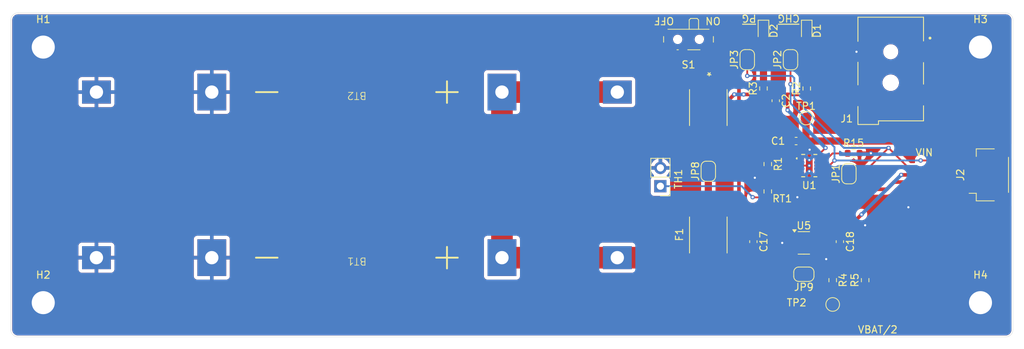
<source format=kicad_pcb>
(kicad_pcb (version 20241229) (generator "pcbnew") (generator_version "9.0")
  (title_block (title "ENTS Node Battery Module") (date "2025-08-26") (rev "3") (comment 1 "Jack Lin"))
  (layers (0 "F.Cu" signal) (2 "B.Cu" signal) (13 "F.Paste" user) (15 "B.Paste" user) (5 "F.SilkS" user "F.Silkscreen") (7 "B.SilkS" user "B.Silkscreen") (1 "F.Mask" user) (3 "B.Mask" user) (25 "Edge.Cuts" user))
  (net 0 "")
  (net 1 "0")
  (net 2 "Net-(U1-VBUS)")
  (net 3 "/VBAT{slash}2")
  (net 4 "/~{PG}")
  (net 5 "Net-(J2-Pin_2)")
  (net 6 "/~{CHG}")
  (net 7 "Net-(D1-A)")
  (net 8 "Net-(D1-K)")
  (net 9 "Net-(D2-A)")
  (net 10 "Net-(D2-K)")
  (net 11 "Net-(JP1-B)")
  (net 12 "Net-(U1-ISET)")
  (net 13 "Net-(U1-VDPM)")
  (net 14 "Net-(U1-TS)")
  (net 15 "Net-(U1-VTSB)")
  (net 16 "Net-(JP8-B)")
  (net 19 "Net-(BT1-+)")
  (net 21 "Net-(J2-Pin_3)")
  (net 22 "Net-(JP9-A)")
  (footprint "TestPoint:TestPoint_Pad_D1.5mm" (layer "F.Cu") (at 129 55.5)
    (property "Reference" "TP2" (at -5 -0.25 0) (layer "F.SilkS"))
    (property "Value" "VBAT sense")
    (fp_circle (center 0 0) (end 0 0.95) (stroke (width 0.12)) (fill no) (layer "F.SilkS"))
    (pad "1" smd circle (at 0 0) (size 1.5 1.5) (layers "F.Cu" "F.Mask") (net 3 "/VBAT{slash}2"))
  )
  (footprint "Jumper:SolderJumper-2_P1.3mm_Open_RoundedPad1.0x1.5mm" (layer "F.Cu") (at 111.75 37 90)
    (property "Reference" "JP8" (at 0 -1.8 90) (layer "F.SilkS"))
    (property "Value" "SolderJumper_2_Open")
    (fp_line (start -0.7 -1) (end 0.7 -1) (stroke (width 0.12)) (layer "F.SilkS"))
    (fp_line (start 1.4 -0.3) (end 1.4 0.3) (stroke (width 0.12)) (layer "F.SilkS"))
    (fp_line (start -1.4 0.3) (end -1.4 -0.3) (stroke (width 0.12)) (layer "F.SilkS"))
    (fp_line (start 0.7 1) (end -0.7 1) (stroke (width 0.12)) (layer "F.SilkS"))
    (fp_arc (start 0.7 -1) (mid 1.194975 -0.794975) (end 1.4 -0.3) (stroke (width 0.12)) (layer "F.SilkS"))
    (fp_arc (start -1.4 -0.3) (mid -1.194975 -0.794975) (end -0.7 -1) (stroke (width 0.12)) (layer "F.SilkS"))
    (fp_arc (start 1.4 0.3) (mid 1.194975 0.794975) (end 0.7 1) (stroke (width 0.12)) (layer "F.SilkS"))
    (fp_arc (start -0.7 1) (mid -1.194975 0.794975) (end -1.4 0.3) (stroke (width 0.12)) (layer "F.SilkS"))
    (pad "1" smd custom (at -0.65 0 90) (size 1 0.5) (layers "F.Cu" "F.Mask") (net 19 "Net-(BT1-+)") (options (clearance outline) (anchor rect)) (primitives (gr_circle (center 0 0.25) (end 0.5 0.25) (width 0) (fill yes)) (gr_circle (center 0 -0.25) (end 0.5 -0.25) (width 0) (fill yes)) (gr_poly (pts (xy 0.5 0.75) (xy 0 0.75) (xy 0 -0.75) (xy 0.5 -0.75)) (width 0) (fill yes))))
    (pad "2" smd custom (at 0.65 0 90) (size 1 0.5) (layers "F.Cu" "F.Mask") (net 16 "Net-(JP8-B)") (options (clearance outline) (anchor rect)) (primitives (gr_circle (center 0 0.25) (end 0.5 0.25) (width 0) (fill yes)) (gr_circle (center 0 -0.25) (end 0.5 -0.25) (width 0) (fill yes)) (gr_poly (pts (xy 0 0.75) (xy -0.5 0.75) (xy -0.5 -0.75) (xy 0 -0.75)) (width 0) (fill yes))))
  )
  (footprint "3561KTR:FUSE_3561KTR" (layer "F.Cu") (at 111.75 45.85 90)
    (property "Reference" "F1" (at 0.045 -4.015 90) (layer "F.SilkS"))
    (property "Value" "3561KTR")
    (fp_line (start 15.2 -2.605) (end 20.2 -2.605) (stroke (width 0.127)) (layer "F.SilkS"))
    (fp_line (start -2.5 -2.605) (end 2.5 -2.605) (stroke (width 0.127)) (layer "F.SilkS"))
    (fp_line (start 20.2 2.605) (end 15.2 2.605) (stroke (width 0.127)) (layer "F.SilkS"))
    (fp_line (start 2.5 2.605) (end -2.5 2.605) (stroke (width 0.127)) (layer "F.SilkS"))
    (pad "1" smd rect (at 0 0 90) (size 5 4) (layers "F.Cu" "F.Mask" "F.Paste") (net 19 "Net-(BT1-+)"))
    (pad "2" smd rect (at 17.7 0 90) (size 5 4) (layers "F.Cu" "F.Mask" "F.Paste") (net 16 "Net-(JP8-B)"))
  )
  (footprint "MountingHole:MountingHole_3.2mm_M3_ISO7380_Pad_TopBottom" (layer "F.Cu") (at 149.5 55.25)
    (property "Reference" "H4" (at 0 -3.85 0) (layer "F.SilkS"))
    (property "Value" "MountingHole_Pad" (hide yes))
    (pad "1" thru_hole circle (at 0 0) (size 3.6 3.6) (drill 3.2) (layers "*.Cu" "*.Mask") (net 1 "0"))
    (pad "1" connect circle (at 0 0) (size 5.7 5.7) (layers "F.Cu" "F.Mask") (net 1 "0"))
    (pad "1" connect circle (at 0 0) (size 5.7 5.7) (layers "B.Cu" "B.Mask") (net 1 "0"))
  )
  (footprint "MountingHole:MountingHole_3.2mm_M3_ISO7380_Pad_TopBottom" (layer "F.Cu") (at 19.5 19.75)
    (property "Reference" "H1" (at 0 -3.85 0) (layer "F.SilkS"))
    (property "Value" "MountingHole_Pad" (hide yes))
    (pad "1" thru_hole circle (at 0 0) (size 3.6 3.6) (drill 3.2) (layers "*.Cu" "*.Mask") (net 1 "0"))
    (pad "1" connect circle (at 0 0) (size 5.7 5.7) (layers "F.Cu" "F.Mask") (net 1 "0"))
    (pad "1" connect circle (at 0 0) (size 5.7 5.7) (layers "B.Cu" "B.Mask") (net 1 "0"))
  )
  (footprint "Button_Switch_SMD:SW_SPDT_PCM12" (layer "F.Cu") (at 109 19 180)
    (property "Reference" "S1" (at 0 -3.2 0) (layer "F.SilkS"))
    (property "Value" "PCM12SMTR")
    (fp_line (start 3.45 0.72) (end 3.45 -0.07) (stroke (width 0.12)) (layer "F.SilkS"))
    (fp_line (start 1.4 -1.12) (end 1.6 -1.12) (stroke (width 0.12)) (layer "F.SilkS"))
    (fp_line (start -0.1 3.02) (end -0.1 1.73) (stroke (width 0.12)) (layer "F.SilkS"))
    (fp_line (start -0.1 3.02) (end -0.3 3.23) (stroke (width 0.12)) (layer "F.SilkS"))
    (fp_line (start -1.2 3.23) (end -0.3 3.23) (stroke (width 0.12)) (layer "F.SilkS"))
    (fp_line (start -1.4 3.02) (end -1.2 3.23) (stroke (width 0.12)) (layer "F.SilkS"))
    (fp_line (start -1.4 1.73) (end -1.4 3.02) (stroke (width 0.12)) (layer "F.SilkS"))
    (fp_line (start -1.6 -1.12) (end 0.1 -1.12) (stroke (width 0.12)) (layer "F.SilkS"))
    (fp_line (start -2.85 1.73) (end 2.85 1.73) (stroke (width 0.12)) (layer "F.SilkS"))
    (fp_line (start -3.45 -0.07) (end -3.45 0.72) (stroke (width 0.12)) (layer "F.SilkS"))
    (fp_text user "*" (at -2.8702 -4.2018 180) (layer "F.SilkS"))
    (pad "" smd rect (at -3.65 -0.78 180) (size 1 0.8) (layers "F.Cu" "F.Mask" "F.Paste"))
    (pad "" smd rect (at -3.65 1.43 180) (size 1 0.8) (layers "F.Cu" "F.Mask" "F.Paste"))
    (pad "" np_thru_hole circle (at -1.5 0.33 180) (size 0.9 0.9) (drill 0.9) (layers "*.Cu" "*.Mask"))
    (pad "" np_thru_hole circle (at 1.5 0.33 180) (size 0.9 0.9) (drill 0.9) (layers "*.Cu" "*.Mask"))
    (pad "" smd rect (at 3.65 -0.78 180) (size 1 0.8) (layers "F.Cu" "F.Mask" "F.Paste"))
    (pad "" smd rect (at 3.65 1.43 180) (size 1 0.8) (layers "F.Cu" "F.Mask" "F.Paste"))
    (pad "1" smd rect (at -2.25 -1.43 180) (size 0.7 1.5) (layers "F.Cu" "F.Mask" "F.Paste") (net 5 "Net-(J2-Pin_2)"))
    (pad "2" smd rect (at 0.75 -1.43 180) (size 0.7 1.5) (layers "F.Cu" "F.Mask" "F.Paste") (net 16 "Net-(JP8-B)"))
    (pad "3" smd rect (at 2.25 -1.43 180) (size 0.7 1.5) (layers "F.Cu" "F.Mask" "F.Paste"))
  )
  (footprint "Resistor_SMD:R_0603_1608Metric" (layer "F.Cu") (at 125.4 25.5 90)
    (property "Reference" "R2" (at 0 -1.43 90) (layer "F.SilkS"))
    (property "Value" "2 kOhm")
    (fp_line (start -0.237258 -0.5225) (end 0.237258 -0.5225) (stroke (width 0.12)) (layer "F.SilkS"))
    (fp_line (start -0.237258 0.5225) (end 0.237258 0.5225) (stroke (width 0.12)) (layer "F.SilkS"))
    (pad "1" smd roundrect (at -0.825 0 90) (size 0.8 0.95) (layers "F.Cu" "F.Mask" "F.Paste") (net 16 "Net-(JP8-B)"))
    (pad "2" smd roundrect (at 0.825 0 90) (size 0.8 0.95) (layers "F.Cu" "F.Mask" "F.Paste") (net 7 "Net-(D1-A)"))
  )
  (footprint "footprints:MY-18650-02" (layer "F.Cu") (at 63 26 180)
    (property "Reference" "BT2" (at 0 -0.5 180) (layer "F.SilkS") (effects (font (thickness 0.1))))
    (property "Value" "3.7 V 2.2 Ah Li-ion 18650")
    (fp_line (start 11 0) (end 14 0) (stroke (width 0.25)) (layer "F.SilkS"))
    (fp_line (start -12.5 1.5) (end -12.5 -1.5) (stroke (width 0.25)) (layer "F.SilkS"))
    (fp_line (start -14 0) (end -11 0) (stroke (width 0.25)) (layer "F.SilkS"))
    (pad "1" thru_hole rect (at -36.125 0 180) (size 4 3.2) (drill 1.85) (layers "*.Cu" "*.Mask" "F.Paste") (net 19 "Net-(BT1-+)"))
    (pad "1" thru_hole rect (at -20.125 0 180) (size 4 5.1) (drill 1.85) (layers "*.Cu" "*.Mask" "F.Paste") (net 19 "Net-(BT1-+)"))
    (pad "2" thru_hole rect (at 20.125 0 180) (size 4 5.1) (drill 1.85) (layers "*.Cu" "*.Mask" "F.Paste") (net 1 "0"))
    (pad "2" thru_hole rect (at 36.125 0 180) (size 4 3.2) (drill 1.85) (layers "*.Cu" "*.Mask" "F.Paste") (net 1 "0"))
  )
  (footprint "footprints:MY-18650-02" (layer "F.Cu") (at 63 49 180)
    (property "Reference" "BT1" (at 0 -0.5 180) (layer "F.SilkS") (effects (font (thickness 0.1))))
    (property "Value" "3.7 V 2.2 Ah Li-ion 18650")
    (fp_line (start 11 0) (end 14 0) (stroke (width 0.25)) (layer "F.SilkS"))
    (fp_line (start -12.5 1.5) (end -12.5 -1.5) (stroke (width 0.25)) (layer "F.SilkS"))
    (fp_line (start -14 0) (end -11 0) (stroke (width 0.25)) (layer "F.SilkS"))
    (pad "1" thru_hole rect (at -36.125 0 180) (size 4 3.2) (drill 1.85) (layers "*.Cu" "*.Mask" "F.Paste") (net 19 "Net-(BT1-+)"))
    (pad "1" thru_hole rect (at -20.125 0 180) (size 4 5.1) (drill 1.85) (layers "*.Cu" "*.Mask" "F.Paste") (net 19 "Net-(BT1-+)"))
    (pad "2" thru_hole rect (at 20.125 0 180) (size 4 5.1) (drill 1.85) (layers "*.Cu" "*.Mask" "F.Paste") (net 1 "0"))
    (pad "2" thru_hole rect (at 36.125 0 180) (size 4 3.2) (drill 1.85) (layers "*.Cu" "*.Mask" "F.Paste") (net 1 "0"))
  )
  (footprint "Package_TO_SOT_SMD:SOT-23-5" (layer "F.Cu") (at 125 46.95)
    (property "Reference" "U5" (at 0 -2.4 0) (layer "F.SilkS"))
    (property "Value" "XC6210B332MR")
    (fp_line (start 0 -1.56) (end -0.8 -1.56) (stroke (width 0.12)) (layer "F.SilkS"))
    (fp_line (start 0 -1.56) (end 0.8 -1.56) (stroke (width 0.12)) (layer "F.SilkS"))
    (fp_line (start 0 1.56) (end -0.8 1.56) (stroke (width 0.12)) (layer "F.SilkS"))
    (fp_line (start 0 1.56) (end 0.8 1.56) (stroke (width 0.12)) (layer "F.SilkS"))
    (fp_poly (pts (xy -1.3 -1.51) (xy -1.54 -1.84) (xy -1.06 -1.84) (xy -1.3 -1.51)) (stroke (width 0.12)) (fill yes) (layer "F.SilkS"))
    (pad "1" smd roundrect (at -1.1375 -0.95) (size 1.325 0.6) (layers "F.Cu" "F.Mask" "F.Paste") (net 5 "Net-(J2-Pin_2)"))
    (pad "2" smd roundrect (at -1.1375 0) (size 1.325 0.6) (layers "F.Cu" "F.Mask" "F.Paste") (net 1 "0"))
    (pad "3" smd roundrect (at -1.1375 0.95) (size 1.325 0.6) (layers "F.Cu" "F.Mask" "F.Paste") (net 5 "Net-(J2-Pin_2)"))
    (pad "4" smd roundrect (at 1.1375 0.95) (size 1.325 0.6) (layers "F.Cu" "F.Mask" "F.Paste"))
    (pad "5" smd roundrect (at 1.1375 -0.95) (size 1.325 0.6) (layers "F.Cu" "F.Mask" "F.Paste") (net 21 "Net-(J2-Pin_3)"))
  )
  (footprint "Jumper:SolderJumper-2_P1.3mm_Bridged_RoundedPad1.0x1.5mm" (layer "F.Cu") (at 131.25 37.35 90)
    (property "Reference" "JP1" (at 0 -1.8 90) (layer "F.SilkS"))
    (property "Value" "SolderJumper_2_Bridged")
    (fp_poly (pts (xy 0.25 -0.3) (xy -0.25 -0.3) (xy -0.25 0.3) (xy 0.25 0.3)) (fill yes) (layer "F.Cu"))
    (fp_line (start -0.7 -1) (end 0.7 -1) (stroke (width 0.12)) (layer "F.SilkS"))
    (fp_line (start 1.4 -0.3) (end 1.4 0.3) (stroke (width 0.12)) (layer "F.SilkS"))
    (fp_line (start -1.4 0.3) (end -1.4 -0.3) (stroke (width 0.12)) (layer "F.SilkS"))
    (fp_line (start 0.7 1) (end -0.7 1) (stroke (width 0.12)) (layer "F.SilkS"))
    (fp_arc (start 0.7 -1) (mid 1.194975 -0.794975) (end 1.4 -0.3) (stroke (width 0.12)) (layer "F.SilkS"))
    (fp_arc (start -1.4 -0.3) (mid -1.194975 -0.794975) (end -0.7 -1) (stroke (width 0.12)) (layer "F.SilkS"))
    (fp_arc (start 1.4 0.3) (mid 1.194975 0.794975) (end 0.7 1) (stroke (width 0.12)) (layer "F.SilkS"))
    (fp_arc (start -0.7 1) (mid -1.194975 0.794975) (end -1.4 0.3) (stroke (width 0.12)) (layer "F.SilkS"))
    (pad "1" smd custom (at -0.65 0 90) (size 1 0.5) (layers "F.Cu" "F.Mask") (net 4 "/~{PG}") (options (clearance outline) (anchor rect)) (primitives (gr_circle (center 0 0.25) (end 0.5 0.25) (width 0) (fill yes)) (gr_circle (center 0 -0.25) (end 0.5 -0.25) (width 0) (fill yes)) (gr_poly (pts (xy 0.5 0.75) (xy 0 0.75) (xy 0 -0.75) (xy 0.5 -0.75)) (width 0) (fill yes))))
    (pad "2" smd custom (at 0.65 0 90) (size 1 0.5) (layers "F.Cu" "F.Mask") (net 11 "Net-(JP1-B)") (options (clearance outline) (anchor rect)) (primitives (gr_circle (center 0 0.25) (end 0.5 0.25) (width 0) (fill yes)) (gr_circle (center 0 -0.25) (end 0.5 -0.25) (width 0) (fill yes)) (gr_poly (pts (xy 0 0.75) (xy -0.5 0.75) (xy -0.5 -0.75) (xy 0 -0.75)) (width 0) (fill yes))))
  )
  (footprint "MountingHole:MountingHole_3.2mm_M3_ISO7380_Pad_TopBottom" (layer "F.Cu") (at 149.5 19.75)
    (property "Reference" "H3" (at 0 -3.85 0) (layer "F.SilkS"))
    (property "Value" "MountingHole_Pad")
    (pad "1" thru_hole circle (at 0 0) (size 3.6 3.6) (drill 3.2) (layers "*.Cu" "*.Mask") (net 1 "0"))
    (pad "1" connect circle (at 0 0) (size 5.7 5.7) (layers "F.Cu" "F.Mask") (net 1 "0"))
    (pad "1" connect circle (at 0 0) (size 5.7 5.7) (layers "B.Cu" "B.Mask") (net 1 "0"))
  )
  (footprint "Capacitor_SMD:C_0603_1608Metric" (layer "F.Cu") (at 121.1 27.2 -90)
    (property "Reference" "C2" (at 0 -1.43 90) (layer "F.SilkS"))
    (property "Value" "1 uF")
    (fp_line (start -0.14058 0.51) (end 0.14058 0.51) (stroke (width 0.12)) (layer "F.SilkS"))
    (fp_line (start -0.14058 -0.51) (end 0.14058 -0.51) (stroke (width 0.12)) (layer "F.SilkS"))
    (pad "1" smd roundrect (at -0.775 0 270) (size 0.9 0.95) (layers "F.Cu" "F.Mask" "F.Paste") (net 16 "Net-(JP8-B)"))
    (pad "2" smd roundrect (at 0.775 0 270) (size 0.9 0.95) (layers "F.Cu" "F.Mask" "F.Paste") (net 1 "0"))
  )
  (footprint "Capacitor_SMD:C_0603_1608Metric" (layer "F.Cu") (at 123.925 32.8 180)
    (property "Reference" "C1" (at 2.5 0 0) (layer "F.SilkS"))
    (property "Value" "1 uF")
    (fp_line (start -0.14058 0.51) (end 0.14058 0.51) (stroke (width 0.12)) (layer "F.SilkS"))
    (fp_line (start -0.14058 -0.51) (end 0.14058 -0.51) (stroke (width 0.12)) (layer "F.SilkS"))
    (pad "1" smd roundrect (at -0.775 0 180) (size 0.9 0.95) (layers "F.Cu" "F.Mask" "F.Paste") (net 2 "Net-(U1-VBUS)"))
    (pad "2" smd roundrect (at 0.775 0 180) (size 0.9 0.95) (layers "F.Cu" "F.Mask" "F.Paste") (net 1 "0"))
  )
  (footprint "Resistor_SMD:R_0603_1608Metric" (layer "F.Cu") (at 120 36 -90)
    (property "Reference" "R1" (at 0 -1.43 90) (layer "F.SilkS"))
    (property "Value" "680 Ohm")
    (fp_line (start -0.237258 0.5225) (end 0.237258 0.5225) (stroke (width 0.12)) (layer "F.SilkS"))
    (fp_line (start -0.237258 -0.5225) (end 0.237258 -0.5225) (stroke (width 0.12)) (layer "F.SilkS"))
    (pad "1" smd roundrect (at -0.825 0 270) (size 0.8 0.95) (layers "F.Cu" "F.Mask" "F.Paste") (net 12 "Net-(U1-ISET)"))
    (pad "2" smd roundrect (at 0.825 0 270) (size 0.8 0.95) (layers "F.Cu" "F.Mask" "F.Paste") (net 1 "0"))
  )
  (footprint "Jumper:SolderJumper-2_P1.3mm_Open_RoundedPad1.0x1.5mm" (layer "F.Cu") (at 125 51.3 180)
    (property "Reference" "JP9" (at 0 -1.8 0) (layer "F.SilkS"))
    (property "Value" "SolderJumper_2_Open")
    (fp_line (start 1.4 -0.3) (end 1.4 0.3) (stroke (width 0.12)) (layer "F.SilkS"))
    (fp_line (start 0.7 1) (end -0.7 1) (stroke (width 0.12)) (layer "F.SilkS"))
    (fp_line (start -0.7 -1) (end 0.7 -1) (stroke (width 0.12)) (layer "F.SilkS"))
    (fp_line (start -1.4 0.3) (end -1.4 -0.3) (stroke (width 0.12)) (layer "F.SilkS"))
    (fp_arc (start 1.4 0.3) (mid 1.194975 0.794975) (end 0.7 1) (stroke (width 0.12)) (layer "F.SilkS"))
    (fp_arc (start 0.7 -1) (mid 1.194975 -0.794975) (end 1.4 -0.3) (stroke (width 0.12)) (layer "F.SilkS"))
    (fp_arc (start -0.7 1) (mid -1.194975 0.794975) (end -1.4 0.3) (stroke (width 0.12)) (layer "F.SilkS"))
    (fp_arc (start -1.4 -0.3) (mid -1.194975 -0.794975) (end -0.7 -1) (stroke (width 0.12)) (layer "F.SilkS"))
    (pad "1" smd custom (at -0.65 0 180) (size 1 0.5) (layers "F.Cu" "F.Mask") (net 22 "Net-(JP9-A)") (options (clearance outline) (anchor rect)) (primitives (gr_circle (center 0 0.25) (end 0.5 0.25) (width 0) (fill yes)) (gr_circle (center 0 -0.25) (end 0.5 -0.25) (width 0) (fill yes)) (gr_poly (pts (xy 0.5 0.75) (xy 0 0.75) (xy 0 -0.75) (xy 0.5 -0.75)) (width 0) (fill yes))))
    (pad "2" smd custom (at 0.65 0 180) (size 1 0.5) (layers "F.Cu" "F.Mask") (net 5 "Net-(J2-Pin_2)") (options (clearance outline) (anchor rect)) (primitives (gr_circle (center 0 0.25) (end 0.5 0.25) (width 0) (fill yes)) (gr_circle (center 0 -0.25) (end 0.5 -0.25) (width 0) (fill yes)) (gr_poly (pts (xy 0 0.75) (xy -0.5 0.75) (xy -0.5 -0.75) (xy 0 -0.75)) (width 0) (fill yes))))
  )
  (footprint "Capacitor_SMD:C_0603_1608Metric" (layer "F.Cu") (at 118 46.775 -90)
    (property "Reference" "C17" (at 0 -1.43 90) (layer "F.SilkS"))
    (property "Value" "1 uF")
    (fp_line (start -0.14058 0.51) (end 0.14058 0.51) (stroke (width 0.12)) (layer "F.SilkS"))
    (fp_line (start -0.14058 -0.51) (end 0.14058 -0.51) (stroke (width 0.12)) (layer "F.SilkS"))
    (pad "1" smd roundrect (at -0.775 0 270) (size 0.9 0.95) (layers "F.Cu" "F.Mask" "F.Paste") (net 5 "Net-(J2-Pin_2)"))
    (pad "2" smd roundrect (at 0.775 0 270) (size 0.9 0.95) (layers "F.Cu" "F.Mask" "F.Paste") (net 1 "0"))
  )
  (footprint "Connector_JST:JST_SH_SM05B-SRSS-TB_1x05-1MP_P1.00mm_Horizontal" (layer "F.Cu") (at 150.7 37.5 90)
    (property "Reference" "J2" (at 0 -3.98 90) (layer "F.SilkS"))
    (property "Value" "Conn_01x05_MountingPin")
    (fp_line (start 3.61 -1.785) (end 2.56 -1.785) (stroke (width 0.12)) (layer "F.SilkS"))
    (fp_line (start -2.56 -1.785) (end -2.56 -2.775) (stroke (width 0.12)) (layer "F.SilkS"))
    (fp_line (start -3.61 -1.785) (end -2.56 -1.785) (stroke (width 0.12)) (layer "F.SilkS"))
    (fp_line (start 3.61 0.715) (end 3.61 -1.785) (stroke (width 0.12)) (layer "F.SilkS"))
    (fp_line (start -3.61 0.715) (end -3.61 -1.785) (stroke (width 0.12)) (layer "F.SilkS"))
    (fp_line (start -2.44 2.685) (end 2.44 2.685) (stroke (width 0.12)) (layer "F.SilkS"))
    (pad "1" smd roundrect (at -2 -2 90) (size 0.6 1.55) (layers "F.Cu" "F.Mask" "F.Paste") (net 1 "0"))
    (pad "2" smd roundrect (at -1 -2 90) (size 0.6 1.55) (layers "F.Cu" "F.Mask" "F.Paste") (net 5 "Net-(J2-Pin_2)"))
    (pad "3" smd roundrect (at 0 -2 90) (size 0.6 1.55) (layers "F.Cu" "F.Mask" "F.Paste") (net 21 "Net-(J2-Pin_3)"))
    (pad "4" smd roundrect (at 1 -2 90) (size 0.6 1.55) (layers "F.Cu" "F.Mask" "F.Paste") (net 4 "/~{PG}"))
    (pad "5" smd roundrect (at 2 -2 90) (size 0.6 1.55) (layers "F.Cu" "F.Mask" "F.Paste") (net 6 "/~{CHG}"))
    (pad "MP" smd roundrect (at -3.3 1.875 90) (size 1.2 1.8) (layers "F.Cu" "F.Mask" "F.Paste") (roundrect_rratio 0.208333) (net 1 "0"))
    (pad "MP" smd roundrect (at 3.3 1.875 90) (size 1.2 1.8) (layers "F.Cu" "F.Mask" "F.Paste") (roundrect_rratio 0.208333) (net 1 "0"))
  )
  (footprint "Jumper:SolderJumper-2_P1.3mm_Open_RoundedPad1.0x1.5mm" (layer "F.Cu") (at 117.15 21.5 90)
    (property "Reference" "JP3" (at 0 -1.8 90) (layer "F.SilkS"))
    (property "Value" "SolderJumper_2_Open")
    (fp_line (start -0.7 -1) (end 0.7 -1) (stroke (width 0.12)) (layer "F.SilkS"))
    (fp_line (start 1.4 -0.3) (end 1.4 0.3) (stroke (width 0.12)) (layer "F.SilkS"))
    (fp_line (start -1.4 0.3) (end -1.4 -0.3) (stroke (width 0.12)) (layer "F.SilkS"))
    (fp_line (start 0.7 1) (end -0.7 1) (stroke (width 0.12)) (layer "F.SilkS"))
    (fp_arc (start 0.7 -1) (mid 1.194975 -0.794975) (end 1.4 -0.3) (stroke (width 0.12)) (layer "F.SilkS"))
    (fp_arc (start -1.4 -0.3) (mid -1.194975 -0.794975) (end -0.7 -1) (stroke (width 0.12)) (layer "F.SilkS"))
    (fp_arc (start 1.4 0.3) (mid 1.194975 0.794975) (end 0.7 1) (stroke (width 0.12)) (layer "F.SilkS"))
    (fp_arc (start -0.7 1) (mid -1.194975 0.794975) (end -1.4 0.3) (stroke (width 0.12)) (layer "F.SilkS"))
    (pad "1" smd custom (at -0.65 0 90) (size 1 0.5) (layers "F.Cu" "F.Mask") (net 4 "/~{PG}") (options (clearance outline) (anchor rect)) (primitives (gr_circle (center 0 0.25) (end 0.5 0.25) (width 0) (fill yes)) (gr_circle (center 0 -0.25) (end 0.5 -0.25) (width 0) (fill yes)) (gr_poly (pts (xy 0.5 0.75) (xy 0 0.75) (xy 0 -0.75) (xy 0.5 -0.75)) (width 0) (fill yes))))
    (pad "2" smd custom (at 0.65 0 90) (size 1 0.5) (layers "F.Cu" "F.Mask") (net 10 "Net-(D2-K)") (options (clearance outline) (anchor rect)) (primitives (gr_circle (center 0 0.25) (end 0.5 0.25) (width 0) (fill yes)) (gr_circle (center 0 -0.25) (end 0.5 -0.25) (width 0) (fill yes)) (gr_poly (pts (xy 0 0.75) (xy -0.5 0.75) (xy -0.5 -0.75) (xy 0 -0.75)) (width 0) (fill yes))))
  )
  (footprint "TestPoint:TestPoint_Pad_D1.5mm" (layer "F.Cu") (at 125.3 29.6)
    (property "Reference" "TP1" (at 0 -1.648 0) (layer "F.SilkS"))
    (property "Value" "Vin")
    (fp_circle (center 0 0) (end 0 0.95) (stroke (width 0.12)) (fill no) (layer "F.SilkS"))
    (pad "1" smd circle (at 0 0) (size 1.5 1.5) (layers "F.Cu" "F.Mask") (net 2 "Net-(U1-VBUS)"))
  )
  (footprint "LED_SMD:LED_0603_1608Metric" (layer "F.Cu") (at 119.4 17.5 -90)
    (property "Reference" "D2" (at 0 -1.43 90) (layer "F.SilkS"))
    (property "Value" "LED")
    (fp_line (start -1.485 0.735) (end 0.8 0.735) (stroke (width 0.12)) (layer "F.SilkS"))
    (fp_line (start -1.485 -0.735) (end -1.485 0.735) (stroke (width 0.12)) (layer "F.SilkS"))
    (fp_line (start 0.8 -0.735) (end -1.485 -0.735) (stroke (width 0.12)) (layer "F.SilkS"))
    (pad "1" smd roundrect (at -0.7875 0 270) (size 0.875 0.95) (layers "F.Cu" "F.Mask" "F.Paste") (net 10 "Net-(D2-K)"))
    (pad "2" smd roundrect (at 0.7875 0 270) (size 0.875 0.95) (layers "F.Cu" "F.Mask" "F.Paste") (net 9 "Net-(D2-A)"))
  )
  (footprint "Resistor_SMD:R_0603_1608Metric" (layer "F.Cu") (at 120 39.8 -90)
    (property "Reference" "RT1" (at 1 -2 0) (layer "F.SilkS"))
    (property "Value" "21.5 kOhm")
    (fp_line (start -0.237258 0.5225) (end 0.237258 0.5225) (stroke (width 0.12)) (layer "F.SilkS"))
    (fp_line (start -0.237258 -0.5225) (end 0.237258 -0.5225) (stroke (width 0.12)) (layer "F.SilkS"))
    (pad "1" smd roundrect (at -0.825 0 270) (size 0.8 0.95) (layers "F.Cu" "F.Mask" "F.Paste") (net 15 "Net-(U1-VTSB)"))
    (pad "2" smd roundrect (at 0.825 0 270) (size 0.8 0.95) (layers "F.Cu" "F.Mask" "F.Paste") (net 14 "Net-(U1-TS)"))
  )
  (footprint "DC050-T:DC050-T" (layer "F.Cu") (at 132.5 30.5 90)
    (property "Reference" "J1" (at 0.8 -1.55 0) (layer "F.SilkS"))
    (property "Value" "DC050-T")
    (fp_line (start 14.9 0) (end 11.55 0) (stroke (width 0.127)) (layer "F.SilkS"))
    (fp_line (start 5.5 0) (end 8.65 0) (stroke (width 0.127)) (layer "F.SilkS"))
    (fp_line (start 0 0) (end 2.5 0) (stroke (width 0.127)) (layer "F.SilkS"))
    (fp_line (start 0 2.85) (end 0 0) (stroke (width 0.127)) (layer "F.SilkS"))
    (fp_line (start 0 2.85) (end 0.5 2.85) (stroke (width 0.127)) (layer "F.SilkS"))
    (fp_line (start 14.9 9.1) (end 14.9 0) (stroke (width 0.127)) (layer "F.SilkS"))
    (fp_line (start 14.9 9.1) (end 11.6 9.1) (stroke (width 0.127)) (layer "F.SilkS"))
    (fp_line (start 5.6 9.1) (end 8.6 9.1) (stroke (width 0.127)) (layer "F.SilkS"))
    (fp_line (start 2.6 9.1) (end 0.5 9.1) (stroke (width 0.127)) (layer "F.SilkS"))
    (fp_line (start 0.5 9.1) (end 0.5 2.85) (stroke (width 0.127)) (layer "F.SilkS"))
    (fp_circle (center 12 10) (end 12 9.9) (stroke (width 0.2)) (fill no) (layer "F.SilkS"))
    (pad "" np_thru_hole circle (at 5.8 4.55 180) (size 1.9 1.9) (drill 1.9) (layers "*.Cu" "*.Mask"))
    (pad "" np_thru_hole circle (at 10.1 4.55 180) (size 1.7 1.7) (drill 1.7) (layers "*.Cu" "*.Mask"))
    (pad "1" smd rect (at 4.1 10.1 90) (size 2 2.2) (layers "F.Cu" "F.Mask" "F.Paste") (net 2 "Net-(U1-VBUS)"))
    (pad "1" smd rect (at 10.1 10.1 90) (size 2 2.2) (layers "F.Cu" "F.Mask" "F.Paste") (net 2 "Net-(U1-VBUS)"))
    (pad "2" smd rect (at 10.1 -1.2 90) (size 1.9 2.6) (layers "F.Cu" "F.Mask" "F.Paste") (net 1 "0"))
    (pad "3" smd rect (at 4 -0.9 90) (size 2 2) (layers "F.Cu" "F.Mask" "F.Paste"))
  )
  (footprint "BQ24210:DQC10_P84X2P4" (layer "F.Cu") (at 125.75 36.2126)
    (property "Reference" "U1" (at 0 2.75 0) (layer "F.SilkS"))
    (property "Value" "BQ24210DQCR")
    (fp_line (start -1.0541 1.5494) (end -0.629253 1.5494) (stroke (width 0.1524)) (layer "F.SilkS"))
    (fp_line (start -0.629253 -1.5494) (end -1.0541 -1.5494) (stroke (width 0.1524)) (layer "F.SilkS"))
    (fp_line (start 0.629253 1.5494) (end 1.0541 1.5494) (stroke (width 0.1524)) (layer "F.SilkS"))
    (fp_line (start 1.0541 -1.5494) (end 0.629253 -1.5494) (stroke (width 0.1524)) (layer "F.SilkS"))
    (fp_arc (start -1.69164 -0.926171) (mid -1.7867 -1) (end -1.69164 -1.073829) (stroke (width 0.1524)) (layer "F.SilkS"))
    (pad "1" smd rect (at -1.0287 -1.000001) (size 0.6604 0.3048) (layers "F.Cu" "F.Mask" "F.Paste") (net 2 "Net-(U1-VBUS)"))
    (pad "2" smd rect (at -1.0287 -0.499999) (size 0.6604 0.3048) (layers "F.Cu" "F.Mask" "F.Paste") (net 12 "Net-(U1-ISET)"))
    (pad "3" smd rect (at -1.0287 0) (size 0.6604 0.3048) (layers "F.Cu" "F.Mask" "F.Paste") (net 1 "0"))
    (pad "4" smd rect (at -1.0287 0.499999) (size 0.6604 0.3048) (layers "F.Cu" "F.Mask" "F.Paste") (net 15 "Net-(U1-VTSB)"))
    (pad "5" smd rect (at -1.0287 1.000001) (size 0.6604 0.3048) (layers "F.Cu" "F.Mask" "F.Paste") (net 14 "Net-(U1-TS)"))
    (pad "6" smd rect (at 1.0287 1.000001) (size 0.6604 0.3048) (layers "F.Cu" "F.Mask" "F.Paste") (net 4 "/~{PG}"))
    (pad "7" smd rect (at 1.0287 0.499999) (size 0.6604 0.3048) (layers "F.Cu" "F.Mask" "F.Paste") (net 11 "Net-(JP1-B)"))
    (pad "8" smd rect (at 1.0287 0) (size 0.6604 0.3048) (layers "F.Cu" "F.Mask" "F.Paste") (net 6 "/~{CHG}"))
    (pad "9" smd rect (at 1.0287 -0.499999) (size 0.6604 0.3048) (layers "F.Cu" "F.Mask" "F.Paste") (net 13 "Net-(U1-VDPM)"))
    (pad "10" smd rect (at 1.0287 -1.000001) (size 0.6604 0.3048) (layers "F.Cu" "F.Mask" "F.Paste") (net 16 "Net-(JP8-B)"))
    (pad "11" thru_hole circle (at 0 -0.7874) (size 0.508 0.508) (drill 0.254) (layers "*.Cu" "*.Mask") (net 1 "0"))
    (pad "11" thru_hole circle (at 0 0) (size 0.508 0.508) (drill 0.254) (layers "*.Cu" "*.Mask") (net 1 "0"))
    (pad "11" smd rect (at 0 0) (size 0.9398 2.5146) (layers "F.Cu" "F.Mask") (net 1 "0"))
    (pad "11" thru_hole circle (at 0 0.7874) (size 0.508 0.508) (drill 0.254) (layers "*.Cu" "*.Mask") (net 1 "0"))
  )
  (footprint "Resistor_SMD:R_0603_1608Metric" (layer "F.Cu") (at 119.4 25.5 90)
    (property "Reference" "R3" (at 0 -1.43 90) (layer "F.SilkS"))
    (property "Value" "2 kOhm")
    (fp_line (start -0.237258 -0.5225) (end 0.237258 -0.5225) (stroke (width 0.12)) (layer "F.SilkS"))
    (fp_line (start -0.237258 0.5225) (end 0.237258 0.5225) (stroke (width 0.12)) (layer "F.SilkS"))
    (pad "1" smd roundrect (at -0.825 0 90) (size 0.8 0.95) (layers "F.Cu" "F.Mask" "F.Paste") (net 16 "Net-(JP8-B)"))
    (pad "2" smd roundrect (at 0.825 0 90) (size 0.8 0.95) (layers "F.Cu" "F.Mask" "F.Paste") (net 9 "Net-(D2-A)"))
  )
  (footprint "Jumper:SolderJumper-2_P1.3mm_Open_RoundedPad1.0x1.5mm" (layer "F.Cu") (at 123.15 21.5 90)
    (property "Reference" "JP2" (at 0 -1.8 90) (layer "F.SilkS"))
    (property "Value" "SolderJumper_2_Open")
    (fp_line (start -0.7 -1) (end 0.7 -1) (stroke (width 0.12)) (layer "F.SilkS"))
    (fp_line (start 1.4 -0.3) (end 1.4 0.3) (stroke (width 0.12)) (layer "F.SilkS"))
    (fp_line (start -1.4 0.3) (end -1.4 -0.3) (stroke (width 0.12)) (layer "F.SilkS"))
    (fp_line (start 0.7 1) (end -0.7 1) (stroke (width 0.12)) (layer "F.SilkS"))
    (fp_arc (start 0.7 -1) (mid 1.194975 -0.794975) (end 1.4 -0.3) (stroke (width 0.12)) (layer "F.SilkS"))
    (fp_arc (start -1.4 -0.3) (mid -1.194975 -0.794975) (end -0.7 -1) (stroke (width 0.12)) (layer "F.SilkS"))
    (fp_arc (start 1.4 0.3) (mid 1.194975 0.794975) (end 0.7 1) (stroke (width 0.12)) (layer "F.SilkS"))
    (fp_arc (start -0.7 1) (mid -1.194975 0.794975) (end -1.4 0.3) (stroke (width 0.12)) (layer "F.SilkS"))
    (pad "1" smd custom (at -0.65 0 90) (size 1 0.5) (layers "F.Cu" "F.Mask") (net 6 "/~{CHG}") (options (clearance outline) (anchor rect)) (primitives (gr_circle (center 0 0.25) (end 0.5 0.25) (width 0) (fill yes)) (gr_circle (center 0 -0.25) (end 0.5 -0.25) (width 0) (fill yes)) (gr_poly (pts (xy 0.5 0.75) (xy 0 0.75) (xy 0 -0.75) (xy 0.5 -0.75)) (width 0) (fill yes))))
    (pad "2" smd custom (at 0.65 0 90) (size 1 0.5) (layers "F.Cu" "F.Mask") (net 8 "Net-(D1-K)") (options (clearance outline) (anchor rect)) (primitives (gr_circle (center 0 0.25) (end 0.5 0.25) (width 0) (fill yes)) (gr_circle (center 0 -0.25) (end 0.5 -0.25) (width 0) (fill yes)) (gr_poly (pts (xy 0 0.75) (xy -0.5 0.75) (xy -0.5 -0.75) (xy 0 -0.75)) (width 0) (fill yes))))
  )
  (footprint "LED_SMD:LED_0603_1608Metric" (layer "F.Cu") (at 125.4 17.5 -90)
    (property "Reference" "D1" (at 0 -1.43 90) (layer "F.SilkS"))
    (property "Value" "LED")
    (fp_line (start -1.485 0.735) (end 0.8 0.735) (stroke (width 0.12)) (layer "F.SilkS"))
    (fp_line (start -1.485 -0.735) (end -1.485 0.735) (stroke (width 0.12)) (layer "F.SilkS"))
    (fp_line (start 0.8 -0.735) (end -1.485 -0.735) (stroke (width 0.12)) (layer "F.SilkS"))
    (pad "1" smd roundrect (at -0.7875 0 270) (size 0.875 0.95) (layers "F.Cu" "F.Mask" "F.Paste") (net 8 "Net-(D1-K)"))
    (pad "2" smd roundrect (at 0.7875 0 270) (size 0.875 0.95) (layers "F.Cu" "F.Mask" "F.Paste") (net 7 "Net-(D1-A)"))
  )
  (footprint "Connector_PinHeader_2.54mm:PinHeader_1x02_P2.54mm_Vertical" (layer "F.Cu") (at 105.1 39.075 180)
    (property "Reference" "TH1" (at -2.5 1 90) (layer "F.SilkS"))
    (property "Value" "103AT NTC")
    (fp_line (start 1.33 1.27) (end 1.33 3.87) (stroke (width 0.12)) (layer "F.SilkS"))
    (fp_line (start -1.33 3.87) (end 1.33 3.87) (stroke (width 0.12)) (layer "F.SilkS"))
    (fp_line (start -1.33 1.27) (end 1.33 1.27) (stroke (width 0.12)) (layer "F.SilkS"))
    (fp_line (start -1.33 1.27) (end -1.33 3.87) (stroke (width 0.12)) (layer "F.SilkS"))
    (fp_line (start -1.33 0) (end -1.33 -1.33) (stroke (width 0.12)) (layer "F.SilkS"))
    (fp_line (start -1.33 -1.33) (end 0 -1.33) (stroke (width 0.12)) (layer "F.SilkS"))
    (pad "1" thru_hole rect (at 0 0 180) (size 1.7 1.7) (drill 1) (layers "*.Cu" "*.Mask") (net 14 "Net-(U1-TS)"))
    (pad "2" thru_hole oval (at 0 2.54 180) (size 1.7 1.7) (drill 1) (layers "*.Cu" "*.Mask") (net 1 "0"))
  )
  (footprint "Resistor_SMD:R_0603_1608Metric" (layer "F.Cu") (at 129 52.125 -90)
    (property "Reference" "R4" (at 0 -1.43 90) (layer "F.SilkS"))
    (property "Value" "1 MOhm")
    (fp_line (start -0.237258 0.5225) (end 0.237258 0.5225) (stroke (width 0.12)) (layer "F.SilkS"))
    (fp_line (start -0.237258 -0.5225) (end 0.237258 -0.5225) (stroke (width 0.12)) (layer "F.SilkS"))
    (pad "1" smd roundrect (at -0.825 0 270) (size 0.8 0.95) (layers "F.Cu" "F.Mask" "F.Paste") (net 22 "Net-(JP9-A)"))
    (pad "2" smd roundrect (at 0.825 0 270) (size 0.8 0.95) (layers "F.Cu" "F.Mask" "F.Paste") (net 3 "/VBAT{slash}2"))
  )
  (footprint "Resistor_SMD:R_0603_1608Metric" (layer "F.Cu") (at 133.5 52.125 90)
    (property "Reference" "R5" (at 0 -1.43 90) (layer "F.SilkS"))
    (property "Value" "1 MOhm")
    (fp_line (start -0.237258 -0.5225) (end 0.237258 -0.5225) (stroke (width 0.12)) (layer "F.SilkS"))
    (fp_line (start -0.237258 0.5225) (end 0.237258 0.5225) (stroke (width 0.12)) (layer "F.SilkS"))
    (pad "1" smd roundrect (at -0.825 0 90) (size 0.8 0.95) (layers "F.Cu" "F.Mask" "F.Paste") (net 3 "/VBAT{slash}2"))
    (pad "2" smd roundrect (at 0.825 0 90) (size 0.8 0.95) (layers "F.Cu" "F.Mask" "F.Paste") (net 1 "0"))
  )
  (footprint "Resistor_SMD:R_0603_1608Metric" (layer "F.Cu") (at 131.9 34.5)
    (property "Reference" "R15" (at 0 -1.43 0) (layer "F.SilkS"))
    (property "Value" "7.32 kOhm")
    (fp_line (start -0.237258 -0.5225) (end 0.237258 -0.5225) (stroke (width 0.12)) (layer "F.SilkS"))
    (fp_line (start -0.237258 0.5225) (end 0.237258 0.5225) (stroke (width 0.12)) (layer "F.SilkS"))
    (pad "1" smd roundrect (at -0.825 0) (size 0.8 0.95) (layers "F.Cu" "F.Mask" "F.Paste") (net 13 "Net-(U1-VDPM)"))
    (pad "2" smd roundrect (at 0.825 0) (size 0.8 0.95) (layers "F.Cu" "F.Mask" "F.Paste") (net 1 "0"))
  )
  (footprint "MountingHole:MountingHole_3.2mm_M3_ISO7380_Pad_TopBottom" (layer "F.Cu") (at 19.5 55.25)
    (property "Reference" "H2" (at 0 -3.85 0) (layer "F.SilkS"))
    (property "Value" "MountingHole_Pad" (hide yes))
    (pad "1" thru_hole circle (at 0 0) (size 3.6 3.6) (drill 3.2) (layers "*.Cu" "*.Mask") (net 1 "0"))
    (pad "1" connect circle (at 0 0) (size 5.7 5.7) (layers "F.Cu" "F.Mask") (net 1 "0"))
    (pad "1" connect circle (at 0 0) (size 5.7 5.7) (layers "B.Cu" "B.Mask") (net 1 "0"))
  )
  (footprint "Capacitor_SMD:C_0603_1608Metric" (layer "F.Cu") (at 130 46.775 -90)
    (property "Reference" "C18" (at 0 -1.43 90) (layer "F.SilkS"))
    (property "Value" "1 uF")
    (fp_line (start -0.14058 0.51) (end 0.14058 0.51) (stroke (width 0.12)) (layer "F.SilkS"))
    (fp_line (start -0.14058 -0.51) (end 0.14058 -0.51) (stroke (width 0.12)) (layer "F.SilkS"))
    (pad "1" smd roundrect (at -0.775 0 270) (size 0.9 0.95) (layers "F.Cu" "F.Mask" "F.Paste") (net 21 "Net-(J2-Pin_3)"))
    (pad "2" smd roundrect (at 0.775 0 270) (size 0.9 0.95) (layers "F.Cu" "F.Mask" "F.Paste") (net 1 "0"))
  )
  (gr_arc (start 154 59) (mid 153.707107 59.707107) (end 153 60) (stroke (width 0.05)) (layer "Edge.Cuts"))
  (gr_arc (start 15 16) (mid 15.292893 15.292893) (end 16 15) (stroke (width 0.05)) (layer "Edge.Cuts"))
  (gr_line (start 15 16) (end 15 59) (stroke (width 0.05)) (layer "Edge.Cuts"))
  (gr_line (start 154 59) (end 154 16) (stroke (width 0.05)) (layer "Edge.Cuts"))
  (gr_line (start 16 15) (end 153 15) (stroke (width 0.05)) (layer "Edge.Cuts"))
  (gr_arc (start 16 60) (mid 15.292893 59.707107) (end 15 59) (stroke (width 0.05)) (layer "Edge.Cuts"))
  (gr_line (start 16 60) (end 153 60) (stroke (width 0.05)) (layer "Edge.Cuts"))
  (gr_arc (start 153 15) (mid 153.707107 15.292893) (end 154 16) (stroke (width 0.05)) (layer "Edge.Cuts"))
  (gr_text "OFF" (at 105.6 16.1 180) (layer "F.SilkS") (effects (font (size 1 1))))
  (gr_text "VBAT/2" (at 135.25 59 0) (layer "F.SilkS") (effects (font (size 1 1))))
  (gr_text "~{CHG}" (at 122.9 15.75 180) (layer "F.SilkS") (effects (font (size 1 1))))
  (gr_text "VIN" (at 141.7 34.4 0) (layer "F.SilkS") (effects (font (size 1 1))))
  (gr_text "ON" (at 112.4 16.1 180) (layer "F.SilkS") (effects (font (size 1 1))))
  (gr_text "~{PG}" (at 117.4 15.75 180) (layer "F.SilkS") (effects (font (size 1 1))))
  (segment (start 122 46.95) (end 123.8625 46.95) (width 0.5) (layer "F.Cu") (net 1))
  (segment (start 120.6124 36.2126) (end 120 36.825) (width 0.25) (layer "F.Cu") (net 1))
  (segment (start 124.7213 36.2126) (end 120.6124 36.2126) (width 0.25) (layer "F.Cu") (net 1))
  (segment (start 124.7213 36.2126) (end 125.75 36.2126) (width 0.25) (layer "F.Cu") (net 1))
  (via (at 139.5 42) (size 0.6) (drill 0.3) (layers "F.Cu" "B.Cu") (net 1))
  (via (at 125.8 34) (size 0.6) (drill 0.3) (layers "F.Cu" "B.Cu") (net 1))
  (via (at 122 46.95) (size 0.6) (drill 0.3) (layers "F.Cu" "B.Cu") (net 1))
  (via (at 124.1 40.6) (size 0.6) (drill 0.3) (layers "F.Cu" "B.Cu") (net 1))
  (via (at 118.2 37.9) (size 0.6) (drill 0.3) (layers "F.Cu" "B.Cu") (net 1))
  (via (at 128.1 49.2) (size 0.6) (drill 0.3) (layers "F.Cu" "B.Cu") (net 1))
  (via (at 133.5 44.5) (size 0.6) (drill 0.3) (layers "F.Cu" "B.Cu") (net 1))
  (via (at 132.3 20.4) (size 0.6) (drill 0.3) (layers "F.Cu" "B.Cu") (net 1))
  (via (at 134.3 34.5) (size 0.6) (drill 0.3) (layers "F.Cu" "B.Cu") (net 1))
  (segment (start 125.3 32.8) (end 125.3 29.6) (width 1) (layer "F.Cu") (net 2))
  (segment (start 124.7213 35.212599) (end 124.7213 32.8213) (width 0.25) (layer "F.Cu") (net 2))
  (segment (start 142.6 29.4) (end 142.6 26.4) (width 1) (layer "F.Cu") (net 2))
  (segment (start 139.2 32.8) (end 142.6 29.4) (width 1) (layer "F.Cu") (net 2))
  (segment (start 142.6 26.4) (end 142.6 20.4) (width 1) (layer "F.Cu") (net 2))
  (segment (start 124.7 32.8) (end 139.2 32.8) (width 1) (layer "F.Cu") (net 2))
  (segment (start 129 52.95) (end 129 55.5) (width 0.5) (layer "F.Cu") (net 3))
  (segment (start 129 52.95) (end 133.5 52.95) (width 0.5) (layer "F.Cu") (net 3))
  (segment (start 136.75 33.75) (end 139.5 36.5) (width 0.25) (layer "F.Cu") (net 4))
  (segment (start 117.15 22.15) (end 117.15 23.75) (width 0.25) (layer "F.Cu") (net 4))
  (segment (start 139.5 36.5) (end 148.7 36.5) (width 0.25) (layer "F.Cu") (net 4))
  (segment (start 127.566099 38) (end 131.25 38) (width 0.25) (layer "F.Cu") (net 4))
  (segment (start 131.25 38) (end 132.5 38) (width 0.25) (layer "F.Cu") (net 4))
  (segment (start 132.5 38) (end 136.75 33.75) (width 0.25) (layer "F.Cu") (net 4))
  (segment (start 126.7787 37.212601) (end 127.566099 38) (width 0.25) (layer "F.Cu") (net 4))
  (via (at 117.15 23.75) (size 0.6) (drill 0.3) (layers "F.Cu" "B.Cu") (net 4))
  (via (at 136.75 33.75) (size 0.6) (drill 0.3) (layers "F.Cu" "B.Cu") (net 4))
  (segment (start 123.675 24.057537) (end 123.367463 23.75) (width 0.25) (layer "B.Cu") (net 4))
  (segment (start 123.675 26.875) (end 123.675 24.057537) (width 0.25) (layer "B.Cu") (net 4))
  (segment (start 123.367463 23.75) (end 117.15 23.75) (width 0.25) (layer "B.Cu") (net 4))
  (segment (start 130.55 33.75) (end 123.675 26.875) (width 0.25) (layer "B.Cu") (net 4))
  (segment (start 136.75 33.75) (end 130.55 33.75) (width 0.25) (layer "B.Cu") (net 4))
  (segment (start 121.4 47.9) (end 121 47.5) (width 0.5) (layer "F.Cu") (net 5))
  (segment (start 116 25.18) (end 111.25 20.43) (width 0.5) (layer "F.Cu") (net 5))
  (segment (start 123.8625 46) (end 121 46) (width 0.5) (layer "F.Cu") (net 5))
  (segment (start 123.8625 47.9) (end 123.8625 50.8125) (width 0.5) (layer "F.Cu") (net 5))
  (segment (start 121 46) (end 118 46) (width 0.5) (layer "F.Cu") (net 5))
  (segment (start 136.5 39.5) (end 137.5 38.5) (width 0.5) (layer "F.Cu") (net 5))
  (segment (start 123.8625 50.8125) (end 124.35 51.3) (width 0.5) (layer "F.Cu") (net 5))
  (segment (start 121 47.5) (end 121 46) (width 0.5) (layer "F.Cu") (net 5))
  (segment (start 118 46) (end 116 44) (width 0.5) (layer "F.Cu") (net 5))
  (segment (start 123.8625 46) (end 123.8625 43.8875) (width 0.5) (layer "F.Cu") (net 5))
  (segment (start 123.8625 43.8875) (end 128.25 39.5) (width 0.5) (layer "F.Cu") (net 5))
  (segment (start 123.8625 47.9) (end 121.4 47.9) (width 0.5) (layer "F.Cu") (net 5))
  (segment (start 116 44) (end 116 25.18) (width 0.5) (layer "F.Cu") (net 5))
  (segment (start 128.25 39.5) (end 136.5 39.5) (width 0.5) (layer "F.Cu") (net 5))
  (segment (start 137.5 38.5) (end 148.7 38.5) (width 0.5) (layer "F.Cu") (net 5))
  (segment (start 129.25 35.5) (end 128.5374 36.2126) (width 0.25) (layer "F.Cu") (net 6))
  (segment (start 148.7 35.5) (end 141.2 35.5) (width 0.25) (layer "F.Cu") (net 6))
  (segment (start 128.5374 36.2126) (end 126.7787 36.2126) (width 0.25) (layer "F.Cu") (net 6))
  (segment (start 123.15 22.15) (end 123.15 24.9) (width 0.25) (layer "F.Cu") (net 6))
  (via (at 141.2 35.5) (size 0.6) (drill 0.3) (layers "F.Cu" "B.Cu") (net 6))
  (via (at 129.25 35.5) (size 0.6) (drill 0.3) (layers "F.Cu" "B.Cu") (net 6))
  (via (at 123.15 24.9) (size 0.6) (drill 0.3) (layers "F.Cu" "B.Cu") (net 6))
  (segment (start 141.2 35.5) (end 129.25 35.5) (width 0.25) (layer "B.Cu") (net 6))
  (segment (start 129.25 33.65) (end 129.25 35.5) (width 0.25) (layer "B.Cu") (net 6))
  (segment (start 123.15 27.55) (end 129.25 33.65) (width 0.25) (layer "B.Cu") (net 6))
  (segment (start 123.15 24.9) (end 123.15 27.55) (width 0.25) (layer "B.Cu") (net 6))
  (segment (start 125.4 18.2875) (end 125.4 24.675) (width 1) (layer "F.Cu") (net 7))
  (segment (start 124.1875 16.7125) (end 123.15 17.75) (width 1) (layer "F.Cu") (net 8))
  (segment (start 125.4 16.7125) (end 124.1875 16.7125) (width 1) (layer "F.Cu") (net 8))
  (segment (start 123.15 17.75) (end 123.15 20.85) (width 1) (layer "F.Cu") (net 8))
  (segment (start 119.4 18.2875) (end 119.4 24.675) (width 1) (layer "F.Cu") (net 9))
  (segment (start 118.1875 16.7125) (end 117.15 17.75) (width 1) (layer "F.Cu") (net 10))
  (segment (start 117.15 17.75) (end 117.15 20.85) (width 1) (layer "F.Cu") (net 10))
  (segment (start 119.4 16.7125) (end 118.1875 16.7125) (width 1) (layer "F.Cu") (net 10))
  (segment (start 126.7787 36.712599) (end 130.962599 36.712599) (width 0.25) (layer "F.Cu") (net 11))
  (segment (start 120.537601 35.712601) (end 120 35.175) (width 0.25) (layer "F.Cu") (net 12))
  (segment (start 124.7213 35.712601) (end 120.537601 35.712601) (width 0.25) (layer "F.Cu") (net 12))
  (segment (start 128.975 34.525) (end 131 34.525) (width 0.25) (layer "F.Cu") (net 13))
  (segment (start 127.787399 35.712601) (end 128.975 34.525) (width 0.25) (layer "F.Cu") (net 13))
  (segment (start 126.7787 35.712601) (end 127.787399 35.712601) (width 0.25) (layer "F.Cu") (net 13))
  (segment (start 117.925 40.625) (end 120 40.625) (width 0.25) (layer "F.Cu") (net 14))
  (segment (start 117.9 40.6) (end 117.925 40.625) (width 0.25) (layer "F.Cu") (net 14))
  (segment (start 123.412399 37.212601) (end 120 40.625) (width 0.25) (layer "F.Cu") (net 14))
  (segment (start 124.7213 37.212601) (end 123.412399 37.212601) (width 0.25) (layer "F.Cu") (net 14))
  (via (at 117.9 40.6) (size 0.6) (drill 0.3) (layers "F.Cu" "B.Cu") (net 14))
  (segment (start 117.9 40.6) (end 116.375 39.075) (width 0.25) (layer "B.Cu") (net 14))
  (segment (start 116.375 39.075) (end 105.1 39.075) (width 0.25) (layer "B.Cu") (net 14))
  (segment (start 122.262401 36.712599) (end 120 38.975) (width 0.25) (layer "F.Cu") (net 15))
  (segment (start 124.7213 36.712599) (end 122.262401 36.712599) (width 0.25) (layer "F.Cu") (net 15))
  (segment (start 111.75 36.35) (end 111.75 28.15) (width 1) (layer "F.Cu") (net 16))
  (segment (start 126.7787 34.9713) (end 126.7787 35.212599) (width 0.25) (layer "F.Cu") (net 16))
  (segment (start 108.25 24.65) (end 108.25 20.43) (width 0.5) (layer "F.Cu") (net 16))
  (segment (start 128 33.75) (end 126.7787 34.9713) (width 0.25) (layer "F.Cu") (net 16))
  (segment (start 111.75 28.15) (end 108.25 24.65) (width 0.5) (layer "F.Cu") (net 16))
  (segment (start 111.75 28.15) (end 113.525 28.15) (width 0.5) (layer "F.Cu") (net 16))
  (segment (start 119.4 26.325) (end 116.65 26.325) (width 0.5) (layer "F.Cu") (net 16))
  (segment (start 113.525 28.15) (end 115.35 26.325) (width 0.5) (layer "F.Cu") (net 16))
  (segment (start 122.75 28.5) (end 122.75 26.325) (width 0.5) (layer "F.Cu") (net 16))
  (segment (start 125.4 26.325) (end 119.4 26.325) (width 0.5) (layer "F.Cu") (net 16))
  (via (at 122.75 28.5) (size 0.6) (drill 0.3) (layers "F.Cu" "B.Cu") (net 16))
  (via (at 116.65 26.325) (size 0.6) (drill 0.3) (layers "F.Cu" "B.Cu") (net 16))
  (via (at 128 33.75) (size 0.6) (drill 0.3) (layers "F.Cu" "B.Cu") (net 16))
  (via (at 115.35 26.325) (size 0.6) (drill 0.3) (layers "F.Cu" "B.Cu") (net 16))
  (segment (start 128 33.75) (end 122.75 28.5) (width 0.5) (layer "B.Cu") (net 16))
  (segment (start 115.35 26.325) (end 116.65 26.325) (width 0.5) (layer "B.Cu") (net 16))
  (segment (start 108.6 49) (end 83.125 49) (width 3) (layer "F.Cu") (net 19))
  (segment (start 83.125 49) (end 83.125 26) (width 3) (layer "F.Cu") (net 19))
  (segment (start 111.75 37.65) (end 111.75 45.85) (width 1) (layer "F.Cu") (net 19))
  (segment (start 83.125 26) (end 99.125 26) (width 3) (layer "F.Cu") (net 19))
  (segment (start 108.6 49) (end 111.75 45.85) (width 3) (layer "F.Cu") (net 19))
  (segment (start 126.1375 46) (end 130 46) (width 0.5) (layer "F.Cu") (net 21))
  (segment (start 138.5 37.5) (end 148.7 37.5) (width 0.5) (layer "F.Cu") (net 21))
  (segment (start 130 46) (end 133 43) (width 0.5) (layer "F.Cu") (net 21))
  (via (at 133 43) (size 0.6) (drill 0.3) (layers "F.Cu" "B.Cu") (net 21))
  (via (at 138.5 37.5) (size 0.6) (drill 0.3) (layers "F.Cu" "B.Cu") (net 21))
  (segment (start 133 43) (end 138.5 37.5) (width 0.5) (layer "B.Cu") (net 21))
  (segment (start 125.65 51.3) (end 129 51.3) (width 0.5) (layer "F.Cu") (net 22))
  (zone (net 1) (net_name "0") (layers "F.Cu" "B.Cu") (connect_pads (clearance 0.5)) (min_thickness 0.25) (fill yes (thermal_gap 0.5) (thermal_bridge_width 0.5))
    (polygon (pts (xy 155.553258 61.682152) (xy 13.553258 61.182152) (xy 13.5 13.25) (xy 155.5 13.75)))
  )
)
</source>
